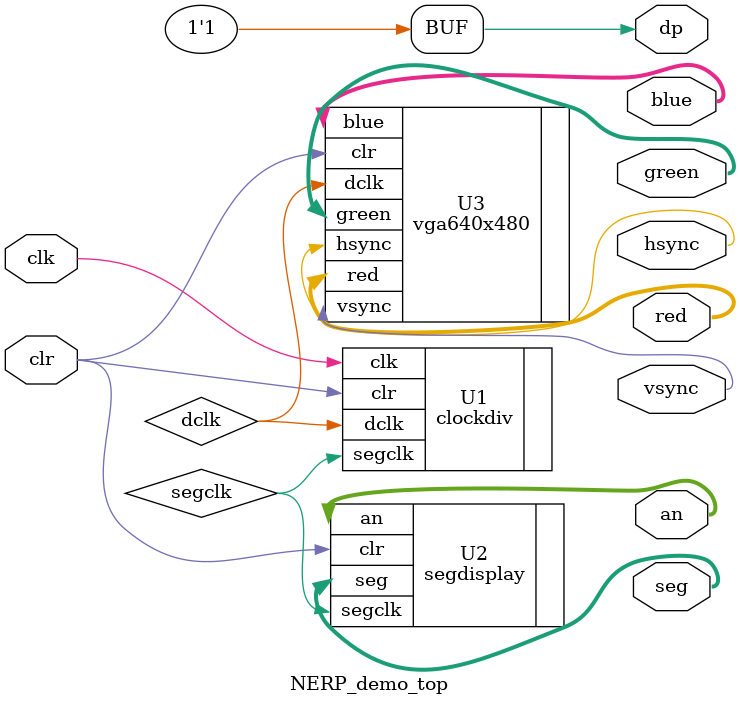
<source format=v>
`timescale 1ns / 1ps
module NERP_demo_top(
	input wire clk,			//master clock = 50MHz
	input wire clr,			//right-most pushbutton for reset
	output wire [6:0] seg,	//7-segment display LEDs
	output wire [3:0] an,	//7-segment display anode enable
	output wire dp,			//7-segment display decimal point
	output wire [2:0] red,	//red vga output - 3 bits
	output wire [2:0] green,//green vga output - 3 bits
	output wire [1:0] blue,	//blue vga output - 2 bits
	output wire hsync,		//horizontal sync out
	output wire vsync			//vertical sync out
	);

// 7-segment clock interconnect
wire segclk;

// VGA display clock interconnect
wire dclk;

// disable the 7-segment decimal points
assign dp = 1;

// generate 7-segment clock & display clock
clockdiv U1(
	.clk(clk),
	.clr(clr),
	.segclk(segclk),
	.dclk(dclk)
	);

// 7-segment display controller
segdisplay U2(
	.segclk(segclk),
	.clr(clr),
	.seg(seg),
	.an(an)
	);

// VGA controller
vga640x480 U3(
	.dclk(dclk),
	.clr(clr),
	.hsync(hsync),
	.vsync(vsync),
	.red(red),
	.green(green),
	.blue(blue)
	);

endmodule

</source>
